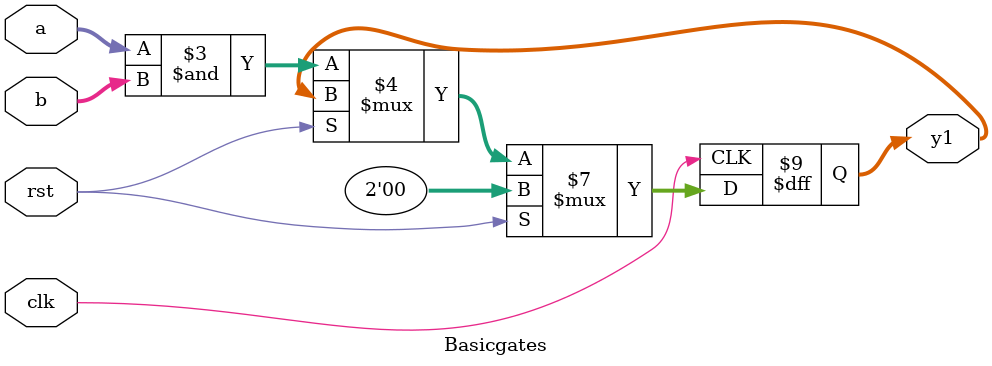
<source format=v>
`timescale 1ns / 1ps


module Basicgates( input wire[1:0]a,
                   input wire[1:0]b,
                   input wire clk,rst,
                   output reg[1:0]y1
);



always@(posedge clk)begin
if (rst) 
    y1<=2'b00;
else if(!rst)
    y1<= a&b;
end
endmodule

</source>
